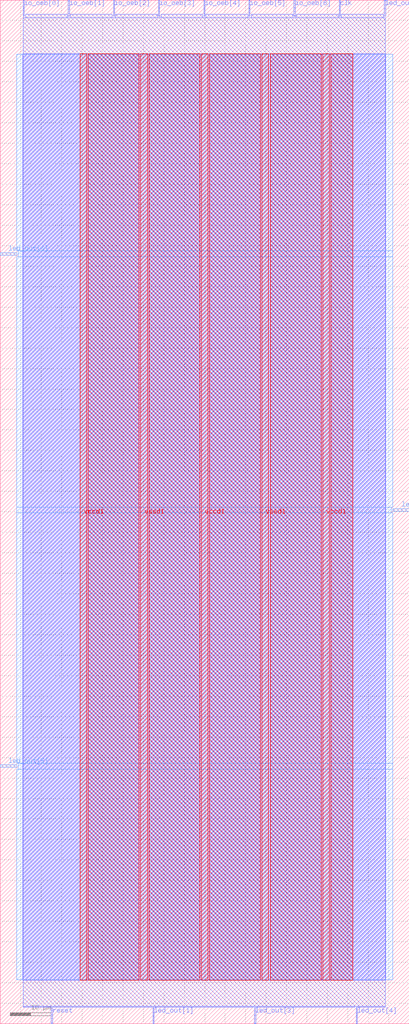
<source format=lef>
VERSION 5.7 ;
  NOWIREEXTENSIONATPIN ON ;
  DIVIDERCHAR "/" ;
  BUSBITCHARS "[]" ;
MACRO seven_segment_seconds
  CLASS BLOCK ;
  FOREIGN seven_segment_seconds ;
  ORIGIN 0.000 0.000 ;
  SIZE 100.000 BY 250.000 ;
  PIN clk
    DIRECTION INPUT ;
    USE SIGNAL ;
    PORT
      LAYER met2 ;
        RECT 82.890 246.000 83.170 250.000 ;
    END
  END clk
  PIN io_oeb[0]
    DIRECTION OUTPUT TRISTATE ;
    USE SIGNAL ;
    PORT
      LAYER met2 ;
        RECT 5.610 246.000 5.890 250.000 ;
    END
  END io_oeb[0]
  PIN io_oeb[1]
    DIRECTION OUTPUT TRISTATE ;
    USE SIGNAL ;
    PORT
      LAYER met2 ;
        RECT 16.650 246.000 16.930 250.000 ;
    END
  END io_oeb[1]
  PIN io_oeb[2]
    DIRECTION OUTPUT TRISTATE ;
    USE SIGNAL ;
    PORT
      LAYER met2 ;
        RECT 27.690 246.000 27.970 250.000 ;
    END
  END io_oeb[2]
  PIN io_oeb[3]
    DIRECTION OUTPUT TRISTATE ;
    USE SIGNAL ;
    PORT
      LAYER met2 ;
        RECT 38.730 246.000 39.010 250.000 ;
    END
  END io_oeb[3]
  PIN io_oeb[4]
    DIRECTION OUTPUT TRISTATE ;
    USE SIGNAL ;
    PORT
      LAYER met2 ;
        RECT 49.770 246.000 50.050 250.000 ;
    END
  END io_oeb[4]
  PIN io_oeb[5]
    DIRECTION OUTPUT TRISTATE ;
    USE SIGNAL ;
    PORT
      LAYER met2 ;
        RECT 60.810 246.000 61.090 250.000 ;
    END
  END io_oeb[5]
  PIN io_oeb[6]
    DIRECTION OUTPUT TRISTATE ;
    USE SIGNAL ;
    PORT
      LAYER met2 ;
        RECT 71.850 246.000 72.130 250.000 ;
    END
  END io_oeb[6]
  PIN led_out[0]
    DIRECTION OUTPUT TRISTATE ;
    USE SIGNAL ;
    PORT
      LAYER met3 ;
        RECT 96.000 125.160 100.000 125.760 ;
    END
  END led_out[0]
  PIN led_out[1]
    DIRECTION OUTPUT TRISTATE ;
    USE SIGNAL ;
    PORT
      LAYER met2 ;
        RECT 37.350 0.000 37.630 4.000 ;
    END
  END led_out[1]
  PIN led_out[2]
    DIRECTION OUTPUT TRISTATE ;
    USE SIGNAL ;
    PORT
      LAYER met2 ;
        RECT 93.930 246.000 94.210 250.000 ;
    END
  END led_out[2]
  PIN led_out[3]
    DIRECTION OUTPUT TRISTATE ;
    USE SIGNAL ;
    PORT
      LAYER met2 ;
        RECT 62.190 0.000 62.470 4.000 ;
    END
  END led_out[3]
  PIN led_out[4]
    DIRECTION OUTPUT TRISTATE ;
    USE SIGNAL ;
    PORT
      LAYER met2 ;
        RECT 87.030 0.000 87.310 4.000 ;
    END
  END led_out[4]
  PIN led_out[5]
    DIRECTION OUTPUT TRISTATE ;
    USE SIGNAL ;
    PORT
      LAYER met3 ;
        RECT 0.000 62.600 4.000 63.200 ;
    END
  END led_out[5]
  PIN led_out[6]
    DIRECTION OUTPUT TRISTATE ;
    USE SIGNAL ;
    PORT
      LAYER met3 ;
        RECT 0.000 187.720 4.000 188.320 ;
    END
  END led_out[6]
  PIN reset
    DIRECTION INPUT ;
    USE SIGNAL ;
    PORT
      LAYER met2 ;
        RECT 12.510 0.000 12.790 4.000 ;
    END
  END reset
  PIN vccd1
    DIRECTION INPUT ;
    USE POWER ;
    PORT
      LAYER met4 ;
        RECT 19.550 10.640 21.150 236.880 ;
    END
    PORT
      LAYER met4 ;
        RECT 49.200 10.640 50.800 236.880 ;
    END
    PORT
      LAYER met4 ;
        RECT 78.855 10.640 80.455 236.880 ;
    END
  END vccd1
  PIN vssd1
    DIRECTION INPUT ;
    USE GROUND ;
    PORT
      LAYER met4 ;
        RECT 34.370 10.640 35.970 236.880 ;
    END
    PORT
      LAYER met4 ;
        RECT 64.025 10.640 65.625 236.880 ;
    END
  END vssd1
  OBS
      LAYER li1 ;
        RECT 5.520 10.795 94.300 236.725 ;
      LAYER met1 ;
        RECT 5.520 10.640 94.300 236.880 ;
      LAYER met2 ;
        RECT 6.170 245.720 16.370 246.570 ;
        RECT 17.210 245.720 27.410 246.570 ;
        RECT 28.250 245.720 38.450 246.570 ;
        RECT 39.290 245.720 49.490 246.570 ;
        RECT 50.330 245.720 60.530 246.570 ;
        RECT 61.370 245.720 71.570 246.570 ;
        RECT 72.410 245.720 82.610 246.570 ;
        RECT 83.450 245.720 93.650 246.570 ;
        RECT 5.620 4.280 94.200 245.720 ;
        RECT 5.620 4.000 12.230 4.280 ;
        RECT 13.070 4.000 37.070 4.280 ;
        RECT 37.910 4.000 61.910 4.280 ;
        RECT 62.750 4.000 86.750 4.280 ;
        RECT 87.590 4.000 94.200 4.280 ;
      LAYER met3 ;
        RECT 4.000 188.720 96.000 236.805 ;
        RECT 4.400 187.320 96.000 188.720 ;
        RECT 4.000 126.160 96.000 187.320 ;
        RECT 4.000 124.760 95.600 126.160 ;
        RECT 4.000 63.600 96.000 124.760 ;
        RECT 4.400 62.200 96.000 63.600 ;
        RECT 4.000 10.715 96.000 62.200 ;
      LAYER met4 ;
        RECT 21.550 10.640 33.970 236.880 ;
        RECT 36.370 10.640 48.800 236.880 ;
        RECT 51.200 10.640 63.625 236.880 ;
        RECT 66.025 10.640 78.455 236.880 ;
        RECT 80.855 10.640 86.185 236.880 ;
  END
END seven_segment_seconds
END LIBRARY


</source>
